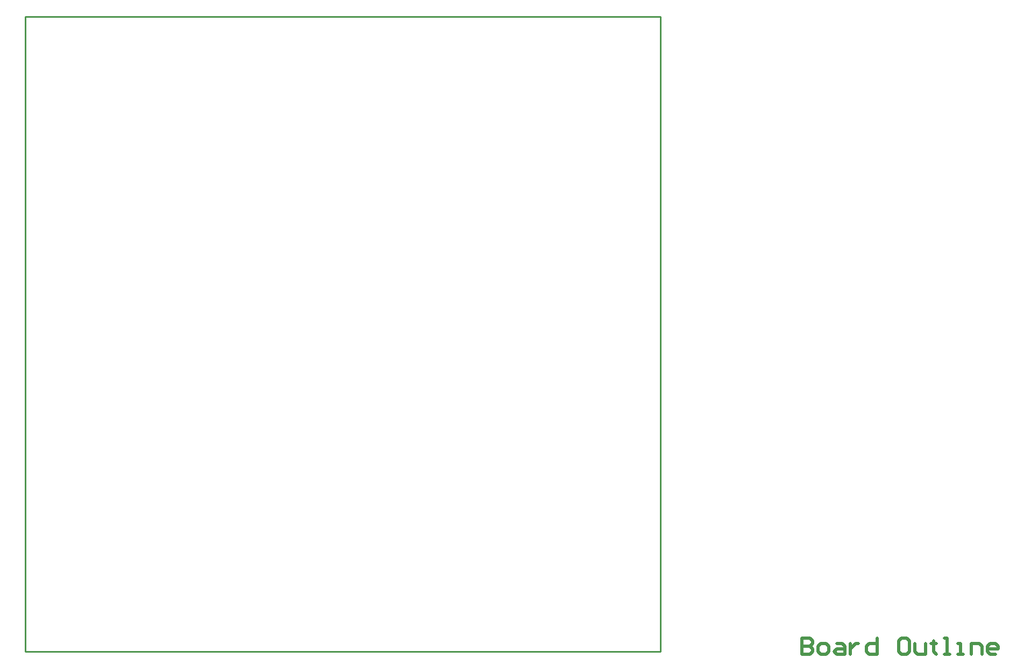
<source format=gm1>
G04 Layer_Color=16711935*
%FSLAX25Y25*%
%MOIN*%
G70*
G01*
G75*
%ADD41C,0.02000*%
%ADD43C,0.01000*%
D41*
X875000Y401997D02*
Y392000D01*
X879998D01*
X881664Y393666D01*
Y395332D01*
X879998Y396998D01*
X875000D01*
X879998D01*
X881664Y398664D01*
Y400331D01*
X879998Y401997D01*
X875000D01*
X886663Y392000D02*
X889995D01*
X891661Y393666D01*
Y396998D01*
X889995Y398664D01*
X886663D01*
X884997Y396998D01*
Y393666D01*
X886663Y392000D01*
X896660Y398664D02*
X899992D01*
X901658Y396998D01*
Y392000D01*
X896660D01*
X894993Y393666D01*
X896660Y395332D01*
X901658D01*
X904990Y398664D02*
Y392000D01*
Y395332D01*
X906656Y396998D01*
X908323Y398664D01*
X909989D01*
X921652Y401997D02*
Y392000D01*
X916653D01*
X914987Y393666D01*
Y396998D01*
X916653Y398664D01*
X921652D01*
X939979Y401997D02*
X936647D01*
X934981Y400331D01*
Y393666D01*
X936647Y392000D01*
X939979D01*
X941645Y393666D01*
Y400331D01*
X939979Y401997D01*
X944977Y398664D02*
Y393666D01*
X946644Y392000D01*
X951642D01*
Y398664D01*
X956640Y400331D02*
Y398664D01*
X954974D01*
X958306D01*
X956640D01*
Y393666D01*
X958306Y392000D01*
X963305D02*
X966637D01*
X964971D01*
Y401997D01*
X963305D01*
X971635Y392000D02*
X974968D01*
X973302D01*
Y398664D01*
X971635D01*
X979966Y392000D02*
Y398664D01*
X984964D01*
X986631Y396998D01*
Y392000D01*
X994961D02*
X991629D01*
X989963Y393666D01*
Y396998D01*
X991629Y398664D01*
X994961D01*
X996627Y396998D01*
Y395332D01*
X989963D01*
D43*
X393701Y393701D02*
Y787402D01*
X787402D01*
Y393701D02*
Y787402D01*
X393701Y393701D02*
X787402D01*
M02*

</source>
